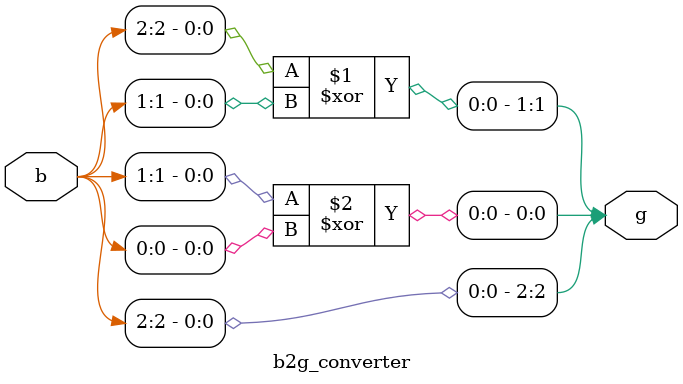
<source format=v>
module b2g_converter(b,g);
	input [2:0]b;
	output [2:0]g;
	//g[2]=b[2] buffer can be used
	buf b1(g[2],b[2]);
	xor x1(g[1],b[2],b[1]);
	xor x2(g[0],b[1],b[0]);
endmodule
</source>
